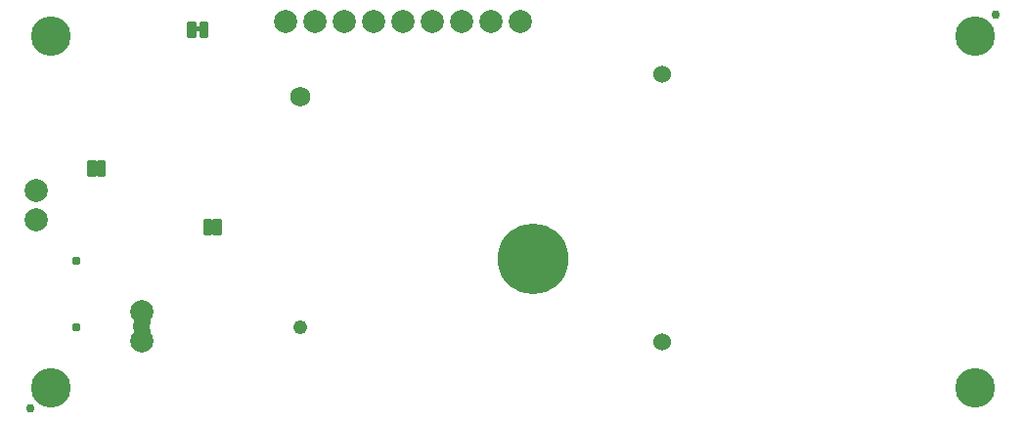
<source format=gbs>
G04 EAGLE Gerber RS-274X export*
G75*
%MOMM*%
%FSLAX34Y34*%
%LPD*%
%INSoldermask Bottom*%
%IPPOS*%
%AMOC8*
5,1,8,0,0,1.08239X$1,22.5*%
G01*
%ADD10C,0.777000*%
%ADD11C,0.762000*%
%ADD12C,3.429000*%
%ADD13C,6.127000*%
%ADD14C,0.228344*%
%ADD15C,1.227000*%
%ADD16C,1.727000*%
%ADD17C,0.228600*%
%ADD18C,2.006600*%
%ADD19C,1.526997*%

G36*
X110809Y76212D02*
X110809Y76212D01*
X110875Y76214D01*
X110918Y76232D01*
X110965Y76240D01*
X111022Y76274D01*
X111082Y76299D01*
X111117Y76330D01*
X111158Y76355D01*
X111200Y76406D01*
X111248Y76450D01*
X111270Y76492D01*
X111299Y76529D01*
X111320Y76591D01*
X111351Y76650D01*
X111359Y76704D01*
X111371Y76741D01*
X111370Y76781D01*
X111378Y76835D01*
X111378Y80645D01*
X111367Y80710D01*
X111365Y80776D01*
X111347Y80819D01*
X111339Y80866D01*
X111305Y80923D01*
X111280Y80983D01*
X111249Y81018D01*
X111224Y81059D01*
X111173Y81101D01*
X111129Y81149D01*
X111087Y81171D01*
X111050Y81200D01*
X110988Y81221D01*
X110929Y81252D01*
X110875Y81260D01*
X110838Y81272D01*
X110798Y81271D01*
X110744Y81279D01*
X97536Y81279D01*
X97471Y81268D01*
X97405Y81266D01*
X97362Y81248D01*
X97315Y81240D01*
X97258Y81206D01*
X97198Y81181D01*
X97163Y81150D01*
X97122Y81125D01*
X97081Y81074D01*
X97032Y81030D01*
X97010Y80988D01*
X96981Y80951D01*
X96960Y80889D01*
X96929Y80830D01*
X96921Y80776D01*
X96909Y80739D01*
X96909Y80735D01*
X96909Y80734D01*
X96910Y80699D01*
X96902Y80645D01*
X96902Y76835D01*
X96913Y76770D01*
X96915Y76704D01*
X96933Y76661D01*
X96941Y76614D01*
X96975Y76557D01*
X97000Y76497D01*
X97031Y76462D01*
X97056Y76421D01*
X97107Y76380D01*
X97151Y76331D01*
X97193Y76309D01*
X97230Y76280D01*
X97292Y76259D01*
X97351Y76228D01*
X97405Y76220D01*
X97442Y76208D01*
X97482Y76209D01*
X97536Y76201D01*
X110744Y76201D01*
X110809Y76212D01*
G37*
G36*
X154370Y334657D02*
X154370Y334657D01*
X154436Y334659D01*
X154479Y334677D01*
X154526Y334685D01*
X154583Y334719D01*
X154643Y334744D01*
X154678Y334775D01*
X154719Y334800D01*
X154761Y334851D01*
X154809Y334895D01*
X154831Y334937D01*
X154860Y334974D01*
X154881Y335036D01*
X154912Y335095D01*
X154920Y335149D01*
X154932Y335186D01*
X154931Y335226D01*
X154939Y335280D01*
X154939Y337820D01*
X154928Y337885D01*
X154926Y337951D01*
X154908Y337994D01*
X154900Y338041D01*
X154866Y338098D01*
X154841Y338158D01*
X154810Y338193D01*
X154785Y338234D01*
X154734Y338276D01*
X154690Y338324D01*
X154648Y338346D01*
X154611Y338375D01*
X154549Y338396D01*
X154490Y338427D01*
X154436Y338435D01*
X154399Y338447D01*
X154359Y338446D01*
X154305Y338454D01*
X150495Y338454D01*
X150430Y338443D01*
X150364Y338441D01*
X150321Y338423D01*
X150274Y338415D01*
X150217Y338381D01*
X150157Y338356D01*
X150122Y338325D01*
X150081Y338300D01*
X150040Y338249D01*
X149991Y338205D01*
X149969Y338163D01*
X149940Y338126D01*
X149919Y338064D01*
X149888Y338005D01*
X149880Y337951D01*
X149868Y337914D01*
X149868Y337911D01*
X149869Y337874D01*
X149861Y337820D01*
X149861Y335280D01*
X149872Y335215D01*
X149874Y335149D01*
X149892Y335106D01*
X149900Y335059D01*
X149934Y335002D01*
X149959Y334942D01*
X149990Y334907D01*
X150015Y334866D01*
X150066Y334825D01*
X150110Y334776D01*
X150152Y334754D01*
X150189Y334725D01*
X150251Y334704D01*
X150310Y334673D01*
X150364Y334665D01*
X150401Y334653D01*
X150441Y334654D01*
X150495Y334646D01*
X154305Y334646D01*
X154370Y334657D01*
G37*
D10*
X47780Y135580D03*
X47780Y77780D03*
D11*
X7620Y7620D03*
X843280Y349250D03*
D12*
X825500Y330200D03*
X25400Y330200D03*
X825500Y25400D03*
X25400Y25400D03*
D13*
X443270Y137600D03*
D14*
X160403Y342394D02*
X154811Y342394D01*
X160403Y342394D02*
X160403Y330706D01*
X154811Y330706D01*
X154811Y342394D01*
X154811Y332875D02*
X160403Y332875D01*
X160403Y335044D02*
X154811Y335044D01*
X154811Y337213D02*
X160403Y337213D01*
X160403Y339382D02*
X154811Y339382D01*
X154811Y341551D02*
X160403Y341551D01*
X149989Y342394D02*
X144397Y342394D01*
X149989Y342394D02*
X149989Y330706D01*
X144397Y330706D01*
X144397Y342394D01*
X144397Y332875D02*
X149989Y332875D01*
X149989Y335044D02*
X144397Y335044D01*
X144397Y337213D02*
X149989Y337213D01*
X149989Y339382D02*
X144397Y339382D01*
X144397Y341551D02*
X149989Y341551D01*
D15*
X241300Y77800D03*
D16*
X241300Y277800D03*
D17*
X98298Y86487D02*
X98298Y81153D01*
X98298Y86487D02*
X109982Y86487D01*
X109982Y81153D01*
X98298Y81153D01*
X98298Y83325D02*
X109982Y83325D01*
X109982Y85497D02*
X98298Y85497D01*
X98298Y76327D02*
X98298Y70993D01*
X98298Y76327D02*
X109982Y76327D01*
X109982Y70993D01*
X98298Y70993D01*
X98298Y73165D02*
X109982Y73165D01*
X109982Y75337D02*
X98298Y75337D01*
D18*
X104140Y91440D03*
X104140Y66040D03*
D17*
X166497Y170942D02*
X171831Y170942D01*
X171831Y159258D01*
X166497Y159258D01*
X166497Y170942D01*
X166497Y161430D02*
X171831Y161430D01*
X171831Y163602D02*
X166497Y163602D01*
X166497Y165774D02*
X171831Y165774D01*
X171831Y167946D02*
X166497Y167946D01*
X166497Y170118D02*
X171831Y170118D01*
X163703Y170942D02*
X158369Y170942D01*
X163703Y170942D02*
X163703Y159258D01*
X158369Y159258D01*
X158369Y170942D01*
X158369Y161430D02*
X163703Y161430D01*
X163703Y163602D02*
X158369Y163602D01*
X158369Y165774D02*
X163703Y165774D01*
X163703Y167946D02*
X158369Y167946D01*
X158369Y170118D02*
X163703Y170118D01*
X63373Y210058D02*
X58039Y210058D01*
X58039Y221742D01*
X63373Y221742D01*
X63373Y210058D01*
X63373Y212230D02*
X58039Y212230D01*
X58039Y214402D02*
X63373Y214402D01*
X63373Y216574D02*
X58039Y216574D01*
X58039Y218746D02*
X63373Y218746D01*
X63373Y220918D02*
X58039Y220918D01*
X66167Y210058D02*
X71501Y210058D01*
X66167Y210058D02*
X66167Y221742D01*
X71501Y221742D01*
X71501Y210058D01*
X71501Y212230D02*
X66167Y212230D01*
X66167Y214402D02*
X71501Y214402D01*
X71501Y216574D02*
X66167Y216574D01*
X66167Y218746D02*
X71501Y218746D01*
X71501Y220918D02*
X66167Y220918D01*
D18*
X12700Y196850D03*
X12700Y171450D03*
X228600Y342900D03*
X254000Y342900D03*
X279400Y342900D03*
X304800Y342900D03*
X330200Y342900D03*
X355600Y342900D03*
X381000Y342900D03*
X406400Y342900D03*
X431800Y342900D03*
D19*
X554990Y296944D03*
X554990Y64944D03*
M02*

</source>
